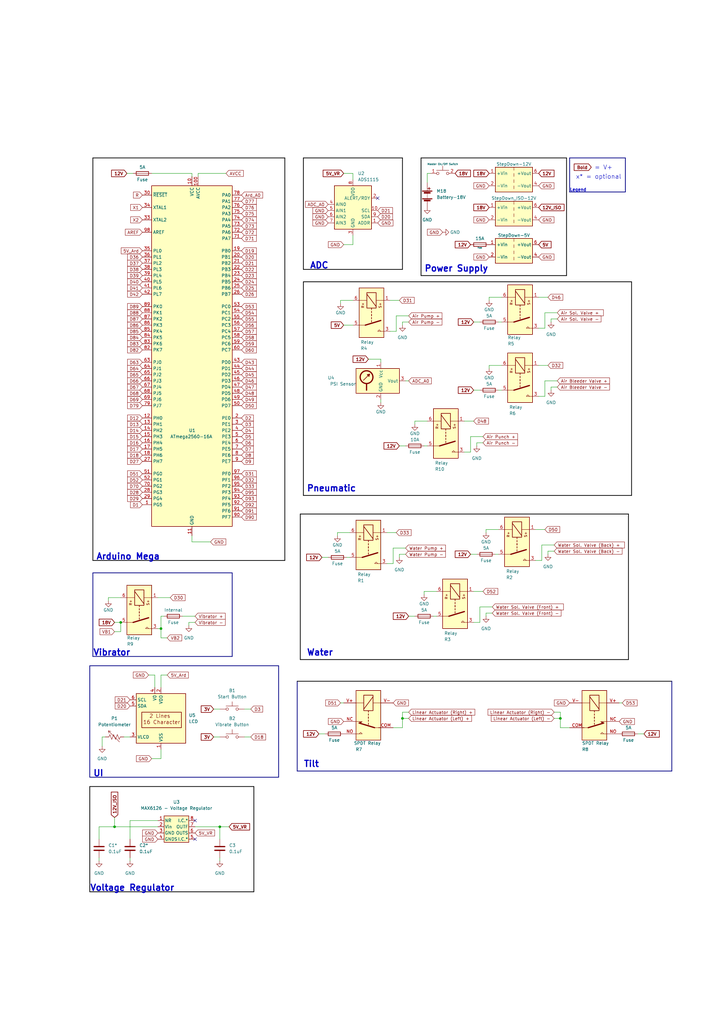
<source format=kicad_sch>
(kicad_sch (version 20211123) (generator eeschema)
  (paper "A3" portrait)
  (lib_symbols
    (symbol "Analog_ADC:ADS1115IDGS"
      (property "Reference" "U" (at 2.54 13.97 0))
      (property "Value" "ADS1115IDGS" (at 7.62 11.43 0))
      (symbol "ADS1115IDGS_1_1"
        (pin input line (at 10.16 -5.08 180) (length 2.54) (name "ADDR") (number "1"))
        (pin input line (at 10.16 0 180) (length 2.54) (name "SCL") (number "10"))
        (pin output line (at 10.16 5.08 180) (length 2.54) (name "ALERT/RDY") (number "2"))
        (pin power_in line (at 0 -10.16 90) (length 2.54) (name "GND") (number "3"))
        (pin input line (at -10.16 2.54 0) (length 2.54) (name "AIN0") (number "4"))
        (pin input line (at -10.16 0 0) (length 2.54) (name "AIN1") (number "5"))
        (pin input line (at -10.16 -2.54 0) (length 2.54) (name "AIN2") (number "6"))
        (pin input line (at -10.16 -5.08 0) (length 2.54) (name "AIN3") (number "7"))
        (pin power_in line (at 0 12.7 270) (length 2.54) (name "VDD") (number "8"))
        (pin bidirectional line (at 10.16 -2.54 180) (length 2.54) (name "SDA") (number "9"))
      )
    )
    (symbol "Converter_DCDC:IH2409SH"
      (property "Value" "StepDown-5V" (at 0 6.35 0))
      (symbol "IH2409SH_0_0"
        (pin power_in line (at -10.16 2.54 0) (length 2.54) (name "+Vin") (number "1"))
        (pin power_in line (at -10.16 -2.54 0) (length 2.54) (name "-Vin") (number "2"))
        (pin power_out line (at 10.16 -2.54 180) (length 2.54) (name "-Vout") (number "4"))
        (pin power_out line (at 10.16 2.54 180) (length 2.54) (name "+Vout") (number "6"))
      )
    )
    (symbol "Device:Battery" (pin_numbers hide) (pin_names (offset 0) hide)
      (property "Reference" "BT" (at 2.54 2.54 0))
      (property "Value" "Battery" (at 2.54 0 0))
      (symbol "Battery_1_1"
        (pin passive line (at 0 5.08 270) (length 2.54) (name "+") (number "1"))
        (pin passive line (at 0 -5.08 90) (length 2.54) (name "-") (number "2"))
      )
    )
    (symbol "Device:C" (pin_numbers hide) (pin_names (offset 0.254))
      (property "Reference" "C" (at 0.635 2.54 0))
      (property "Value" "C" (at 0.635 -2.54 0))
      (symbol "C_1_1"
        (pin passive line (at 0 3.81 270) (length 2.794) (name "~") (number "1"))
        (pin passive line (at 0 -3.81 90) (length 2.794) (name "~") (number "2"))
      )
    )
    (symbol "Device:Fuse" (pin_numbers hide) (pin_names (offset 0))
      (property "Reference" "F" (at 2.032 0 90))
      (property "Value" "Fuse" (at -1.905 0 90))
      (symbol "Fuse_1_1"
        (pin passive line (at 0 3.81 270) (length 1.27) (name "~") (number "1"))
        (pin passive line (at 0 -3.81 90) (length 1.27) (name "~") (number "2"))
      )
    )
    (symbol "Device:R_Variable_US" (pin_numbers hide) (pin_names (offset 0))
      (property "Reference" "R" (at 2.54 -2.54 90))
      (property "Value" "R_Variable_US" (at -2.54 -1.27 90))
      (symbol "R_Variable_US_1_1"
        (pin passive line (at 0 3.81 270) (length 1.27) (name "~") (number "1"))
        (pin passive line (at 0 -3.81 90) (length 1.27) (name "~") (number "2"))
      )
    )
    (symbol "Display_Character:EA_T123X-I2C"
      (property "Reference" "U5" (at 11.43 1.2701 0))
      (property "Value" "LCD" (at 11.43 -1.2699 0))
      (symbol "EA_T123X-I2C_0_0"
        (text "16 Character" (at -7.366 -1.524 0) (effects (font (size 1.524 1.524)) (justify left)))
        (text "2 Lines" (at -4.826 1.016 0) (effects (font (size 1.524 1.524)) (justify left)))
      )
      (symbol "EA_T123X-I2C_1_1"
        (pin power_in line (at 0 -12.7 90) (length 2.54) (name "VSS") (number "1"))
        (pin power_in line (at 0 12.7 270) (length 2.54) (name "VDD") (number "2"))
        (pin input line (at -12.7 -7.62 0) (length 2.54) (name "VLCD") (number "3"))
        (pin power_in line (at -2.54 12.7 270) (length 2.54) (name "V0") (number "4"))
        (pin bidirectional line (at -12.7 5.08 0) (length 2.54) (name "SDA") (number "5"))
        (pin input line (at -12.7 7.62 0) (length 2.54) (name "SCL") (number "6"))
      )
    )
    (symbol "FINDER-36.11_1"
      (property "Reference" "R7" (at 5.08 -13.97 90))
      (property "Value" "FINDER-36.11_1" (at 5.08 -11.43 90))
      (symbol "FINDER-36.11_1_1_1"
        (pin passive line (at 5.08 -10.16 90) (length 6) (name "~") (number "COM"))
        (pin passive line (at 2.54 10.16 270) (length 5) (name "~") (number "NC"))
        (pin passive line (at 7.62 10.16 270) (length 5) (name "~") (number "NO"))
        (pin passive line (at -5.08 10.16 270) (length 5) (name "~") (number "V+"))
        (pin passive line (at -5.08 -10.16 90) (length 5) (name "~") (number "V-"))
      )
    )
    (symbol "IH2409SH_1"
      (property "Value" "IH2409SH_1" (at 0 6.35 0))
      (symbol "IH2409SH_1_0_0"
        (pin power_in line (at -10.16 2.54 0) (length 2.54) (name "+Vin") (number "1"))
        (pin power_in line (at -10.16 -2.54 0) (length 2.54) (name "-Vin") (number "2"))
        (pin power_out line (at 10.16 -2.54 180) (length 2.54) (name "-Vout") (number "4"))
        (pin power_out line (at 10.16 2.54 180) (length 2.54) (name "+Vout") (number "6"))
      )
    )
    (symbol "IH2409SH_2"
      (property "Value" "IH2409SH_2" (at 0 6.35 0))
      (symbol "IH2409SH_2_0_0"
        (pin power_in line (at -10.16 2.54 0) (length 2.54) (name "+Vin") (number "1"))
        (pin power_in line (at -10.16 -2.54 0) (length 2.54) (name "-Vin") (number "2"))
        (pin power_out line (at 10.16 -2.54 180) (length 2.54) (name "-Vout") (number "4"))
        (pin power_out line (at 10.16 2.54 180) (length 2.54) (name "+Vout") (number "6"))
      )
    )
    (symbol "MCU_Microchip_ATmega:ATmega2560-16A"
      (property "Reference" "U" (at 0 1.27 0))
      (property "Value" "ATmega2560-16A" (at 0 -1.27 0))
      (symbol "ATmega2560-16A_1_1"
        (pin bidirectional line (at -20.32 -60.96 0) (length 3.81) (name "PG5") (number "1"))
        (pin power_in line (at 0 73.66 270) (length 3.81) (name "VCC") (number "10"))
        (pin power_in line (at 2.54 73.66 270) (length 3.81) (name "AVCC") (number "100"))
        (pin power_in line (at 0 -73.66 90) (length 3.81) (name "GND") (number "11"))
        (pin bidirectional line (at -20.32 -25.4 0) (length 3.81) (name "PH0") (number "12"))
        (pin bidirectional line (at -20.32 -27.94 0) (length 3.81) (name "PH1") (number "13"))
        (pin bidirectional line (at -20.32 -30.48 0) (length 3.81) (name "PH2") (number "14"))
        (pin bidirectional line (at -20.32 -33.02 0) (length 3.81) (name "PH3") (number "15"))
        (pin bidirectional line (at -20.32 -35.56 0) (length 3.81) (name "PH4") (number "16"))
        (pin bidirectional line (at -20.32 -38.1 0) (length 3.81) (name "PH5") (number "17"))
        (pin bidirectional line (at -20.32 -40.64 0) (length 3.81) (name "PH6") (number "18"))
        (pin bidirectional line (at 20.32 43.18 180) (length 3.81) (name "PB0") (number "19"))
        (pin bidirectional line (at 20.32 -25.4 180) (length 3.81) (name "PE0") (number "2"))
        (pin bidirectional line (at 20.32 40.64 180) (length 3.81) (name "PB1") (number "20"))
        (pin bidirectional line (at 20.32 38.1 180) (length 3.81) (name "PB2") (number "21"))
        (pin bidirectional line (at 20.32 35.56 180) (length 3.81) (name "PB3") (number "22"))
        (pin bidirectional line (at 20.32 33.02 180) (length 3.81) (name "PB4") (number "23"))
        (pin bidirectional line (at 20.32 30.48 180) (length 3.81) (name "PB5") (number "24"))
        (pin bidirectional line (at 20.32 27.94 180) (length 3.81) (name "PB6") (number "25"))
        (pin bidirectional line (at 20.32 25.4 180) (length 3.81) (name "PB7") (number "26"))
        (pin bidirectional line (at -20.32 -43.18 0) (length 3.81) (name "PH7") (number "27"))
        (pin bidirectional line (at -20.32 -55.88 0) (length 3.81) (name "PG3") (number "28"))
        (pin bidirectional line (at -20.32 -58.42 0) (length 3.81) (name "PG4") (number "29"))
        (pin bidirectional line (at 20.32 -27.94 180) (length 3.81) (name "PE1") (number "3"))
        (pin input line (at -20.32 66.04 0) (length 3.81) (name "~{RESET}") (number "30"))
        (pin passive line (at 0 73.66 270) (length 3.81) hide (name "VCC") (number "31"))
        (pin passive line (at 0 -73.66 90) (length 3.81) hide (name "GND") (number "32"))
        (pin output line (at -20.32 55.88 0) (length 3.81) (name "XTAL2") (number "33"))
        (pin input line (at -20.32 60.96 0) (length 3.81) (name "XTAL1") (number "34"))
        (pin bidirectional line (at -20.32 43.18 0) (length 3.81) (name "PL0") (number "35"))
        (pin bidirectional line (at -20.32 40.64 0) (length 3.81) (name "PL1") (number "36"))
        (pin bidirectional line (at -20.32 38.1 0) (length 3.81) (name "PL2") (number "37"))
        (pin bidirectional line (at -20.32 35.56 0) (length 3.81) (name "PL3") (number "38"))
        (pin bidirectional line (at -20.32 33.02 0) (length 3.81) (name "PL4") (number "39"))
        (pin bidirectional line (at 20.32 -30.48 180) (length 3.81) (name "PE2") (number "4"))
        (pin bidirectional line (at -20.32 30.48 0) (length 3.81) (name "PL5") (number "40"))
        (pin bidirectional line (at -20.32 27.94 0) (length 3.81) (name "PL6") (number "41"))
        (pin bidirectional line (at -20.32 25.4 0) (length 3.81) (name "PL7") (number "42"))
        (pin bidirectional line (at 20.32 -2.54 180) (length 3.81) (name "PD0") (number "43"))
        (pin bidirectional line (at 20.32 -5.08 180) (length 3.81) (name "PD1") (number "44"))
        (pin bidirectional line (at 20.32 -7.62 180) (length 3.81) (name "PD2") (number "45"))
        (pin bidirectional line (at 20.32 -10.16 180) (length 3.81) (name "PD3") (number "46"))
        (pin bidirectional line (at 20.32 -12.7 180) (length 3.81) (name "PD4") (number "47"))
        (pin bidirectional line (at 20.32 -15.24 180) (length 3.81) (name "PD5") (number "48"))
        (pin bidirectional line (at 20.32 -17.78 180) (length 3.81) (name "PD6") (number "49"))
        (pin bidirectional line (at 20.32 -33.02 180) (length 3.81) (name "PE3") (number "5"))
        (pin bidirectional line (at 20.32 -20.32 180) (length 3.81) (name "PD7") (number "50"))
        (pin bidirectional line (at -20.32 -48.26 0) (length 3.81) (name "PG0") (number "51"))
        (pin bidirectional line (at -20.32 -50.8 0) (length 3.81) (name "PG1") (number "52"))
        (pin bidirectional line (at 20.32 20.32 180) (length 3.81) (name "PC0") (number "53"))
        (pin bidirectional line (at 20.32 17.78 180) (length 3.81) (name "PC1") (number "54"))
        (pin bidirectional line (at 20.32 15.24 180) (length 3.81) (name "PC2") (number "55"))
        (pin bidirectional line (at 20.32 12.7 180) (length 3.81) (name "PC3") (number "56"))
        (pin bidirectional line (at 20.32 10.16 180) (length 3.81) (name "PC4") (number "57"))
        (pin bidirectional line (at 20.32 7.62 180) (length 3.81) (name "PC5") (number "58"))
        (pin bidirectional line (at 20.32 5.08 180) (length 3.81) (name "PC6") (number "59"))
        (pin bidirectional line (at 20.32 -35.56 180) (length 3.81) (name "PE4") (number "6"))
        (pin bidirectional line (at 20.32 2.54 180) (length 3.81) (name "PC7") (number "60"))
        (pin passive line (at 0 73.66 270) (length 3.81) hide (name "VCC") (number "61"))
        (pin passive line (at 0 -73.66 90) (length 3.81) hide (name "GND") (number "62"))
        (pin bidirectional line (at -20.32 -2.54 0) (length 3.81) (name "PJ0") (number "63"))
        (pin bidirectional line (at -20.32 -5.08 0) (length 3.81) (name "PJ1") (number "64"))
        (pin bidirectional line (at -20.32 -7.62 0) (length 3.81) (name "PJ2") (number "65"))
        (pin bidirectional line (at -20.32 -10.16 0) (length 3.81) (name "PJ3") (number "66"))
        (pin bidirectional line (at -20.32 -12.7 0) (length 3.81) (name "PJ4") (number "67"))
        (pin bidirectional line (at -20.32 -15.24 0) (length 3.81) (name "PJ5") (number "68"))
        (pin bidirectional line (at -20.32 -17.78 0) (length 3.81) (name "PJ6") (number "69"))
        (pin bidirectional line (at 20.32 -38.1 180) (length 3.81) (name "PE5") (number "7"))
        (pin bidirectional line (at -20.32 -53.34 0) (length 3.81) (name "PG2") (number "70"))
        (pin bidirectional line (at 20.32 48.26 180) (length 3.81) (name "PA7") (number "71"))
        (pin bidirectional line (at 20.32 50.8 180) (length 3.81) (name "PA6") (number "72"))
        (pin bidirectional line (at 20.32 53.34 180) (length 3.81) (name "PA5") (number "73"))
        (pin bidirectional line (at 20.32 55.88 180) (length 3.81) (name "PA4") (number "74"))
        (pin bidirectional line (at 20.32 58.42 180) (length 3.81) (name "PA3") (number "75"))
        (pin bidirectional line (at 20.32 60.96 180) (length 3.81) (name "PA2") (number "76"))
        (pin bidirectional line (at 20.32 63.5 180) (length 3.81) (name "PA1") (number "77"))
        (pin bidirectional line (at 20.32 66.04 180) (length 3.81) (name "PA0") (number "78"))
        (pin bidirectional line (at -20.32 -20.32 0) (length 3.81) (name "PJ7") (number "79"))
        (pin bidirectional line (at 20.32 -40.64 180) (length 3.81) (name "PE6") (number "8"))
        (pin passive line (at 0 73.66 270) (length 3.81) hide (name "VCC") (number "80"))
        (pin passive line (at 0 -73.66 90) (length 3.81) hide (name "GND") (number "81"))
        (pin bidirectional line (at -20.32 2.54 0) (length 3.81) (name "PK7") (number "82"))
        (pin bidirectional line (at -20.32 5.08 0) (length 3.81) (name "PK6") (number "83"))
        (pin bidirectional line (at -20.32 7.62 0) (length 3.81) (name "PK5") (number "84"))
        (pin bidirectional line (at -20.32 10.16 0) (length 3.81) (name "PK4") (number "85"))
        (pin bidirectional line (at -20.32 12.7 0) (length 3.81) (name "PK3") (number "86"))
        (pin bidirectional line (at -20.32 15.24 0) (length 3.81) (name "PK2") (number "87"))
        (pin bidirectional line (at -20.32 17.78 0) (length 3.81) (name "PK1") (number "88"))
        (pin bidirectional line (at -20.32 20.32 0) (length 3.81) (name "PK0") (number "89"))
        (pin bidirectional line (at 20.32 -43.18 180) (length 3.81) (name "PE7") (number "9"))
        (pin bidirectional line (at 20.32 -66.04 180) (length 3.81) (name "PF7") (number "90"))
        (pin bidirectional line (at 20.32 -63.5 180) (length 3.81) (name "PF6") (number "91"))
        (pin bidirectional line (at 20.32 -60.96 180) (length 3.81) (name "PF5") (number "92"))
        (pin bidirectional line (at 20.32 -58.42 180) (length 3.81) (name "PF4") (number "93"))
        (pin bidirectional line (at 20.32 -55.88 180) (length 3.81) (name "PF3") (number "94"))
        (pin bidirectional line (at 20.32 -53.34 180) (length 3.81) (name "PF2") (number "95"))
        (pin bidirectional line (at 20.32 -50.8 180) (length 3.81) (name "PF1") (number "96"))
        (pin bidirectional line (at 20.32 -48.26 180) (length 3.81) (name "PF0") (number "97"))
        (pin passive line (at -20.32 50.8 0) (length 3.81) (name "AREF") (number "98"))
        (pin passive line (at 0 -73.66 90) (length 3.81) hide (name "GND") (number "99"))
      )
    )
    (symbol "Regulator_Linear:KA78M05_TO252" (pin_names (offset 0.254))
      (property "Reference" "U?" (at 0 7.62 0))
      (property "Value" "MAX6126 - Voltage Regulator" (at 0 5.08 0))
      (symbol "KA78M05_TO252_1_1"
        (pin output line (at -7.62 0 0) (length 2.54) (name "NR") (number "1"))
        (pin power_in line (at -7.62 -2.54 0) (length 2.54) (name "Vin") (number "2"))
        (pin power_in line (at -7.62 -5.08 0) (length 2.54) (name "GND") (number "3"))
        (pin input line (at -7.62 -7.62 0) (length 2.54) (name "GNDS") (number "4"))
        (pin passive line (at 7.62 -7.62 180) (length 2.54) (name "I.C.*") (number "5"))
        (pin power_out line (at 7.62 -5.08 180) (length 2.54) (name "OUTS") (number "6"))
        (pin power_out line (at 7.62 -2.54 180) (length 2.54) (name "OUTF") (number "7"))
        (pin passive line (at 7.62 0 180) (length 2.54) (name "I.C.*") (number "8"))
      )
    )
    (symbol "Relay:ADW11"
      (property "Reference" "K" (at 11.43 3.81 0))
      (property "Value" "ADW11" (at 13.97 1.27 0))
      (symbol "ADW11_1_1"
        (text "R+" (at -3.048 -3.556 0) (effects (font (size 1.016 1.016))))
        (text "S+" (at -3.048 3.556 0) (effects (font (size 1.016 1.016))))
        (pin passive line (at -5.08 7.62 270) (length 2.54) (name "~") (number "1"))
        (pin passive line (at 7.62 7.62 270) (length 2.54) (name "~") (number "3"))
        (pin passive line (at 5.08 -7.62 90) (length 2.54) (name "~") (number "5"))
        (pin passive line (at -5.08 -7.62 90) (length 2.54) (name "~") (number "6"))
      )
    )
    (symbol "Sensor_Pressure:40PC100G"
      (property "Reference" "U4" (at -11.43 1.2701 0))
      (property "Value" "PSI Sensor " (at -11.43 0 0))
      (symbol "40PC100G_1_1"
        (pin power_in line (at 0 7.62 270) (length 2.54) (name "Vcc") (number "1"))
        (pin power_in line (at 0 -7.62 90) (length 2.54) (name "GND") (number "2"))
        (pin output line (at 10.16 0 180) (length 2.54) (name "Vout") (number "3"))
        (pin no_connect line (at -7.62 -5.08 90) (length 2.54) hide (name "NC") (number "4"))
        (pin no_connect line (at -5.08 -5.08 90) (length 2.54) hide (name "NC") (number "5"))
        (pin no_connect line (at -2.54 -5.08 90) (length 2.54) hide (name "NC") (number "6"))
      )
    )
    (symbol "Switch:SW_Push" (pin_numbers hide) (pin_names (offset 1.016) hide)
      (property "Reference" "SW" (at 1.27 2.54 0))
      (property "Value" "SW_Push" (at 0 -1.524 0))
      (symbol "SW_Push_0_1"
        (pin passive line (at -5.08 0 0) (length 2.54) (name "1") (number "1"))
        (pin passive line (at 5.08 0 180) (length 2.54) (name "2") (number "2"))
      )
    )
    (symbol "Switch:SW_Push_Dual_x2" (pin_names (offset 1.016) hide)
      (property "Reference" "SW" (at 1.27 2.54 0))
      (property "Value" "SW_Push_Dual_x2" (at 0 -1.524 0))
      (symbol "SW_Push_Dual_x2_1_1"
        (pin passive line (at -5.08 0 0) (length 2.54) (name "C") (number "1"))
        (pin passive line (at 5.08 0 180) (length 2.54) (name "D") (number "2"))
      )
      (symbol "SW_Push_Dual_x2_2_1"
        (pin passive line (at -5.08 0 0) (length 2.54) (name "C") (number "3"))
        (pin passive line (at 5.08 0 180) (length 2.54) (name "D") (number "4"))
      )
    )
    (symbol "power:GND" (power) (pin_names (offset 0))
      (property "Value" "GND" (at 0 -3.81 0))
      (symbol "GND_1_1"
        (pin power_in line (at 0 0 270) (length 0) hide (name "GND") (number "1"))
      )
    )
  )
  (junction (at 49.53 255.27))
  (junction (at 229.87 294.64))
  (junction (at 90.17 339.09))
  (junction (at 66.04 257.81))
  (junction (at 165.1 294.64))
  (junction (at 46.99 339.09))
  (no_connect (at 154.94 81.28))
  (no_connect (at 80.01 336.55))
  (no_connect (at 80.01 344.17))
  (wire (pts (xy 64.77 336.55) (xy 53.34 336.55)))
  (wire (pts (xy 196.85 255.27) (xy 196.85 248.92)))
  (wire (pts (xy 90.17 353.06) (xy 90.17 351.79)))
  (wire (pts (xy 165.1 133.35) (xy 165.1 132.08)))
  (wire (pts (xy 74.93 252.73) (xy 80.01 252.73)))
  (wire (pts (xy 193.04 227.33) (xy 195.58 227.33)))
  (wire (pts (xy 163.83 227.33) (xy 166.37 227.33)))
  (wire (pts (xy 196.85 248.92) (xy 201.93 248.92)))
  (bus (pts (xy 172.72 113.03) (xy 232.41 113.03)) (stroke (width 0) (color 0 0 0 1)))
  (bus (pts (xy 121.92 279.4) (xy 121.92 316.23)))
  (wire (pts (xy 161.29 298.45) (xy 165.1 298.45)))
  (bus (pts (xy 124.46 110.49) (xy 165.1 110.49)) (stroke (width 0) (color 0 0 0 1)))
  (bus (pts (xy 38.1 269.24) (xy 95.25 269.24)))
  (wire (pts (xy 166.37 156.21) (xy 167.64 156.21)))
  (bus (pts (xy 124.46 64.77) (xy 124.46 110.49)) (stroke (width 0) (color 0 0 0 1)))
  (wire (pts (xy 194.31 160.02) (xy 196.85 160.02)))
  (wire (pts (xy 220.98 134.62) (xy 223.52 134.62)))
  (wire (pts (xy 194.31 242.57) (xy 198.12 242.57)))
  (wire (pts (xy 62.23 71.12) (xy 78.74 71.12)))
  (wire (pts (xy 66.04 261.62) (xy 66.04 257.81)))
  (wire (pts (xy 130.81 300.99) (xy 133.35 300.99)))
  (bus (pts (xy 121.92 316.23) (xy 275.59 316.23)))
  (wire (pts (xy 163.83 228.6) (xy 163.83 227.33)))
  (bus (pts (xy 124.46 203.2) (xy 259.08 203.2)) (stroke (width 0) (color 0 0 0 1)))
  (bus (pts (xy 36.83 273.05) (xy 114.3 273.05)))
  (wire (pts (xy 226.06 130.81) (xy 228.6 130.81)))
  (wire (pts (xy 40.64 353.06) (xy 40.64 351.79)))
  (wire (pts (xy 190.5 185.42) (xy 193.04 185.42)))
  (wire (pts (xy 40.64 339.09) (xy 46.99 339.09)))
  (bus (pts (xy 232.41 64.77) (xy 172.72 64.77)) (stroke (width 0) (color 0 0 0 1)))
  (wire (pts (xy 46.99 339.09) (xy 64.77 339.09)))
  (wire (pts (xy 223.52 128.27) (xy 228.6 128.27)))
  (wire (pts (xy 229.87 292.1) (xy 229.87 294.64)))
  (wire (pts (xy 200.66 149.86) (xy 205.74 149.86)))
  (wire (pts (xy 220.98 121.92) (xy 224.79 121.92)))
  (wire (pts (xy 80.01 339.09) (xy 90.17 339.09)))
  (wire (pts (xy 160.02 135.89) (xy 162.56 135.89)))
  (wire (pts (xy 87.63 290.83) (xy 90.17 290.83)))
  (wire (pts (xy 200.66 151.13) (xy 200.66 149.86)))
  (wire (pts (xy 142.24 228.6) (xy 143.51 228.6)))
  (wire (pts (xy 227.33 294.64) (xy 229.87 294.64)))
  (wire (pts (xy 227.33 292.1) (xy 229.87 292.1)))
  (wire (pts (xy 195.58 181.61) (xy 198.12 181.61)))
  (wire (pts (xy 53.34 336.55) (xy 53.34 344.17)))
  (wire (pts (xy 41.91 306.07) (xy 41.91 302.26)))
  (wire (pts (xy 78.74 219.71) (xy 78.74 222.25)))
  (wire (pts (xy 138.43 218.44) (xy 143.51 218.44)))
  (bus (pts (xy 114.3 318.77) (xy 114.3 273.05)))
  (wire (pts (xy 175.26 71.12) (xy 176.53 71.12)))
  (bus (pts (xy 36.83 273.05) (xy 36.83 318.77)))
  (wire (pts (xy 64.77 245.11) (xy 69.85 245.11)))
  (wire (pts (xy 224.79 227.33) (xy 224.79 226.06)))
  (wire (pts (xy 233.68 298.45) (xy 229.87 298.45)))
  (wire (pts (xy 199.39 218.44) (xy 199.39 217.17)))
  (wire (pts (xy 66.04 281.94) (xy 66.04 276.86)))
  (wire (pts (xy 44.45 246.38) (xy 44.45 245.11)))
  (wire (pts (xy 144.78 100.33) (xy 140.97 100.33)))
  (wire (pts (xy 204.47 132.08) (xy 205.74 132.08)))
  (wire (pts (xy 199.39 251.46) (xy 201.93 251.46)))
  (wire (pts (xy 60.96 276.86) (xy 63.5 276.86)))
  (wire (pts (xy 199.39 252.73) (xy 199.39 251.46)))
  (bus (pts (xy 36.83 322.58) (xy 36.83 365.76)) (stroke (width 0) (color 0 0 0 1)))
  (wire (pts (xy 81.28 71.12) (xy 81.28 72.39)))
  (wire (pts (xy 219.71 217.17) (xy 223.52 217.17)))
  (bus (pts (xy 38.1 64.77) (xy 116.84 64.77)) (stroke (width 0) (color 0 0 0 1)))
  (wire (pts (xy 46.99 335.28) (xy 46.99 339.09)))
  (wire (pts (xy 52.07 71.12) (xy 54.61 71.12)))
  (wire (pts (xy 90.17 339.09) (xy 90.17 344.17)))
  (wire (pts (xy 77.47 256.54) (xy 77.47 255.27)))
  (bus (pts (xy 121.92 279.4) (xy 275.59 279.4)) (stroke (width 0) (color 0 0 0 1)))
  (wire (pts (xy 77.47 255.27) (xy 80.01 255.27)))
  (wire (pts (xy 229.87 294.64) (xy 229.87 298.45)))
  (wire (pts (xy 173.99 182.88) (xy 175.26 182.88)))
  (wire (pts (xy 78.74 222.25) (xy 86.36 222.25)))
  (wire (pts (xy 161.29 231.14) (xy 161.29 224.79)))
  (wire (pts (xy 226.06 160.02) (xy 226.06 158.75)))
  (wire (pts (xy 66.04 276.86) (xy 68.58 276.86)))
  (bus (pts (xy 232.41 113.03) (xy 232.41 64.77)) (stroke (width 0) (color 0 0 0 1)))
  (wire (pts (xy 203.2 227.33) (xy 204.47 227.33)))
  (wire (pts (xy 144.78 71.12) (xy 144.78 73.66)))
  (wire (pts (xy 78.74 71.12) (xy 78.74 72.39)))
  (bus (pts (xy 124.46 64.77) (xy 165.1 64.77)) (stroke (width 0) (color 0 0 0 1)))
  (bus (pts (xy 116.84 229.87) (xy 116.84 64.77)) (stroke (width 0) (color 0 0 0 1)))
  (wire (pts (xy 163.83 182.88) (xy 166.37 182.88)))
  (bus (pts (xy 233.68 64.77) (xy 233.68 78.74)))
  (wire (pts (xy 46.99 259.08) (xy 49.53 259.08)))
  (wire (pts (xy 220.98 162.56) (xy 223.52 162.56)))
  (wire (pts (xy 226.06 132.08) (xy 226.06 130.81)))
  (wire (pts (xy 224.79 226.06) (xy 227.33 226.06)))
  (wire (pts (xy 67.31 252.73) (xy 66.04 252.73)))
  (wire (pts (xy 165.1 292.1) (xy 165.1 294.64)))
  (wire (pts (xy 222.25 229.87) (xy 222.25 223.52)))
  (bus (pts (xy 172.72 64.77) (xy 172.72 113.03)) (stroke (width 0) (color 0 0 0 1)))
  (wire (pts (xy 63.5 276.86) (xy 63.5 281.94)))
  (wire (pts (xy 204.47 160.02) (xy 205.74 160.02)))
  (bus (pts (xy 123.19 210.82) (xy 123.19 270.51)) (stroke (width 0) (color 0 0 0 1)))
  (bus (pts (xy 233.68 64.77) (xy 256.54 64.77)))
  (bus (pts (xy 165.1 110.49) (xy 165.1 64.77)) (stroke (width 0) (color 0 0 0 1)))
  (wire (pts (xy 156.21 147.32) (xy 156.21 148.59)))
  (bus (pts (xy 259.08 203.2) (xy 259.08 115.57)) (stroke (width 0) (color 0 0 0 1)))
  (wire (pts (xy 53.34 353.06) (xy 53.34 351.79)))
  (wire (pts (xy 167.64 292.1) (xy 165.1 292.1)))
  (wire (pts (xy 102.87 302.26) (xy 100.33 302.26)))
  (wire (pts (xy 162.56 129.54) (xy 167.64 129.54)))
  (bus (pts (xy 38.1 234.95) (xy 95.25 234.95)))
  (wire (pts (xy 173.99 243.84) (xy 173.99 242.57)))
  (wire (pts (xy 151.13 147.32) (xy 156.21 147.32)))
  (wire (pts (xy 46.99 255.27) (xy 49.53 255.27)))
  (wire (pts (xy 194.31 132.08) (xy 196.85 132.08)))
  (bus (pts (xy 123.19 270.51) (xy 257.81 270.51)) (stroke (width 0) (color 0 0 0 1)))
  (wire (pts (xy 50.8 302.26) (xy 53.34 302.26)))
  (wire (pts (xy 41.91 302.26) (xy 43.18 302.26)))
  (wire (pts (xy 49.53 259.08) (xy 49.53 255.27)))
  (wire (pts (xy 223.52 162.56) (xy 223.52 156.21)))
  (wire (pts (xy 165.1 132.08) (xy 167.64 132.08)))
  (wire (pts (xy 223.52 134.62) (xy 223.52 128.27)))
  (wire (pts (xy 158.75 218.44) (xy 162.56 218.44)))
  (bus (pts (xy 38.1 234.95) (xy 38.1 269.24)))
  (wire (pts (xy 167.64 294.64) (xy 165.1 294.64)))
  (wire (pts (xy 156.21 163.83) (xy 156.21 165.1)))
  (wire (pts (xy 132.08 228.6) (xy 134.62 228.6)))
  (wire (pts (xy 66.04 311.15) (xy 62.23 311.15)))
  (wire (pts (xy 200.66 121.92) (xy 205.74 121.92)))
  (wire (pts (xy 165.1 294.64) (xy 165.1 298.45)))
  (wire (pts (xy 139.7 124.46) (xy 139.7 123.19)))
  (wire (pts (xy 68.58 261.62) (xy 66.04 261.62)))
  (bus (pts (xy 95.25 269.24) (xy 95.25 234.95)))
  (wire (pts (xy 139.7 123.19) (xy 144.78 123.19)))
  (bus (pts (xy 257.81 270.51) (xy 257.81 210.82)) (stroke (width 0) (color 0 0 0 1)))
  (wire (pts (xy 222.25 223.52) (xy 227.33 223.52)))
  (bus (pts (xy 38.1 229.87) (xy 116.84 229.87)) (stroke (width 0) (color 0 0 0 1)))
  (wire (pts (xy 193.04 185.42) (xy 193.04 179.07)))
  (wire (pts (xy 90.17 339.09) (xy 93.98 339.09)))
  (wire (pts (xy 193.04 179.07) (xy 198.12 179.07)))
  (bus (pts (xy 124.46 115.57) (xy 259.08 115.57)) (stroke (width 0) (color 0 0 0 1)))
  (wire (pts (xy 161.29 224.79) (xy 166.37 224.79)))
  (bus (pts (xy 275.59 316.23) (xy 275.59 279.4)))
  (wire (pts (xy 139.7 288.29) (xy 140.97 288.29)))
  (wire (pts (xy 170.18 173.99) (xy 170.18 172.72)))
  (wire (pts (xy 173.99 242.57) (xy 179.07 242.57)))
  (bus (pts (xy 123.19 210.82) (xy 257.81 210.82)) (stroke (width 0) (color 0 0 0 1)))
  (wire (pts (xy 138.43 219.71) (xy 138.43 218.44)))
  (bus (pts (xy 36.83 318.77) (xy 114.3 318.77)))
  (wire (pts (xy 175.26 74.93) (xy 175.26 71.12)))
  (wire (pts (xy 92.71 71.12) (xy 81.28 71.12)))
  (wire (pts (xy 170.18 172.72) (xy 175.26 172.72)))
  (wire (pts (xy 144.78 96.52) (xy 144.78 100.33)))
  (wire (pts (xy 226.06 158.75) (xy 228.6 158.75)))
  (wire (pts (xy 66.04 252.73) (xy 66.04 257.81)))
  (wire (pts (xy 87.63 302.26) (xy 90.17 302.26)))
  (bus (pts (xy 104.14 365.76) (xy 104.14 322.58)) (stroke (width 0) (color 0 0 0 1)))
  (wire (pts (xy 158.75 231.14) (xy 161.29 231.14)))
  (wire (pts (xy 40.64 344.17) (xy 40.64 339.09)))
  (wire (pts (xy 167.64 252.73) (xy 170.18 252.73)))
  (wire (pts (xy 255.27 288.29) (xy 254 288.29)))
  (bus (pts (xy 36.83 365.76) (xy 104.14 365.76)) (stroke (width 0) (color 0 0 0 1)))
  (wire (pts (xy 219.71 229.87) (xy 222.25 229.87)))
  (wire (pts (xy 66.04 307.34) (xy 66.04 311.15)))
  (wire (pts (xy 220.98 149.86) (xy 224.79 149.86)))
  (wire (pts (xy 177.8 252.73) (xy 179.07 252.73)))
  (wire (pts (xy 223.52 156.21) (xy 228.6 156.21)))
  (wire (pts (xy 102.87 290.83) (xy 100.33 290.83)))
  (wire (pts (xy 160.02 123.19) (xy 163.83 123.19)))
  (wire (pts (xy 140.97 71.12) (xy 144.78 71.12)))
  (wire (pts (xy 190.5 172.72) (xy 194.31 172.72)))
  (wire (pts (xy 140.97 133.35) (xy 144.78 133.35)))
  (wire (pts (xy 199.39 217.17) (xy 204.47 217.17)))
  (bus (pts (xy 124.46 115.57) (xy 124.46 203.2)) (stroke (width 0) (color 0 0 0 1)))
  (wire (pts (xy 66.04 257.81) (xy 64.77 257.81)))
  (bus (pts (xy 36.83 322.58) (xy 104.14 322.58)) (stroke (width 0) (color 0 0 0 1)))
  (wire (pts (xy 162.56 135.89) (xy 162.56 129.54)))
  (bus (pts (xy 38.1 64.77) (xy 38.1 229.87)) (stroke (width 0) (color 0 0 0 1)))
  (wire (pts (xy 44.45 245.11) (xy 49.53 245.11)))
  (wire (pts (xy 264.16 300.99) (xy 261.62 300.99)))
  (bus (pts (xy 233.68 78.74) (xy 256.54 78.74)))
  (wire (pts (xy 195.58 182.88) (xy 195.58 181.61)))
  (wire (pts (xy 200.66 123.19) (xy 200.66 121.92)))
  (bus (pts (xy 256.54 78.74) (xy 256.54 64.77)))
  (wire (pts (xy 194.31 255.27) (xy 196.85 255.27)))
  (text "Voltage Regulator\n" (at 36.83 365.76 0) (effects (font (size 2.54 2.54) (thickness 0.508) bold) (justify left bottom)))
  (text "Legend" (at 233.68 78.74 0) (effects (font (size 1.27 1.27) (thickness 0.254) bold) (justify left bottom)))
  (text "Vibrator\n" (at 38.1 269.24 0) (effects (font (size 2.54 2.54) (thickness 0.508) bold) (justify left bottom)))
  (text "Pneumatic\n" (at 125.73 201.93 0) (effects (font (size 2.54 2.54) (thickness 0.508) bold) (justify left bottom)))
  (text "Water\n" (at 125.73 269.24 0) (effects (font (size 2.54 2.54) (thickness 0.508) bold) (justify left bottom)))
  (text "ADC\n" (at 127 110.49 0) (effects (font (size 2.54 2.54) (thickness 0.508) bold) (justify left bottom)))
  (text "Arduino Mega\n" (at 39.37 229.87 0) (effects (font (size 2.54 2.54) (thickness 0.508) bold) (justify left bottom)))
  (text "Power Supply\n" (at 173.99 111.76 0) (effects (font (size 2.54 2.54) (thickness 0.508) bold) (justify left bottom)))
  (text "x* = optional\n" (at 236.22 73.66 0) (effects (font (size 1.778 1.778)) (justify left bottom)))
  (text "Tilt\n" (at 124.46 314.96 0) (effects (font (size 2.54 2.54) (thickness 0.508) bold) (justify left bottom)))
  (text "UI\n" (at 38.1 318.77 0) (effects (font (size 2.54 2.54) (thickness 0.508) bold) (justify left bottom)))
  (text "= V+\n" (at 243.84 69.85 0) (effects (font (size 1.778 1.778)) (justify left bottom)))
  (global_label "D5" (shape input) (at 99.06 179.07 0) (property "Intersheet References" "${INTERSHEET_REFS}" (effects hide)))
  (global_label "GND" (shape input) (at 220.98 105.41 0) (property "Intersheet References" "${INTERSHEET_REFS}" (effects hide)))
  (global_label "Linear Actuator (Left) +" (shape input) (at 167.64 294.64 0) (property "Intersheet References" "${INTERSHEET_REFS}" (effects hide)))
  (global_label "D17" (shape input) (at 58.42 184.15 180) (property "Intersheet References" "${INTERSHEET_REFS}" (effects hide)))
  (global_label "D85" (shape input) (at 58.42 135.89 180) (property "Intersheet References" "${INTERSHEET_REFS}" (effects hide)))
  (global_label "5V_VR" (shape input) (at 80.01 341.63 0) (property "Intersheet References" "${INTERSHEET_REFS}" (effects hide)))
  (global_label "D20" (shape input) (at 99.06 105.41 0) (property "Intersheet References" "${INTERSHEET_REFS}" (effects hide)))
  (global_label "GND" (shape input) (at 134.62 88.9 180) (property "Intersheet References" "${INTERSHEET_REFS}" (effects hide)))
  (global_label "GND" (shape input) (at 254 295.91 0) (property "Intersheet References" "${INTERSHEET_REFS}" (effects hide)))
  (global_label "D8" (shape input) (at 99.06 186.69 0) (property "Intersheet References" "${INTERSHEET_REFS}" (effects hide)))
  (global_label "5V_VR" (shape input) (at 93.98 339.09 0) (effects (font (thickness 0.254) bold)) (property "Intersheet References" "${INTERSHEET_REFS}" (effects hide)))
  (global_label "18V" (shape input) (at 200.66 85.09 180) (effects (font (thickness 0.254) bold)) (property "Intersheet References" "${INTERSHEET_REFS}" (effects hide)))
  (global_label "D57" (shape input) (at 99.06 135.89 0) (property "Intersheet References" "${INTERSHEET_REFS}" (effects hide)))
  (global_label "GND" (shape input) (at 220.98 90.17 0) (property "Intersheet References" "${INTERSHEET_REFS}" (effects hide)))
  (global_label "D90" (shape input) (at 99.06 212.09 0) (property "Intersheet References" "${INTERSHEET_REFS}" (effects hide)))
  (global_label "VB2" (shape input) (at 68.58 261.62 0) (property "Intersheet References" "${INTERSHEET_REFS}" (effects hide)))
  (global_label "18V" (shape input) (at 186.69 71.12 0) (effects (font (thickness 0.254) bold)) (property "Intersheet References" "${INTERSHEET_REFS}" (effects hide)))
  (global_label "D36" (shape input) (at 58.42 105.41 180) (property "Intersheet References" "${INTERSHEET_REFS}" (effects hide)))
  (global_label "GND" (shape input) (at 134.62 86.36 180) (property "Intersheet References" "${INTERSHEET_REFS}" (effects hide)))
  (global_label "D32" (shape input) (at 99.06 196.85 0) (property "Intersheet References" "${INTERSHEET_REFS}" (effects hide)))
  (global_label "Vibrator +" (shape input) (at 80.01 252.73 0) (property "Intersheet References" "${INTERSHEET_REFS}" (effects hide)))
  (global_label "D72" (shape input) (at 99.06 95.25 0) (property "Intersheet References" "${INTERSHEET_REFS}" (effects hide)))
  (global_label "D53" (shape input) (at 255.27 288.29 0) (property "Intersheet References" "${INTERSHEET_REFS}" (effects hide)))
  (global_label "GND" (shape input) (at 140.97 100.33 180) (property "Intersheet References" "${INTERSHEET_REFS}" (effects hide)))
  (global_label "12V" (shape input) (at 163.83 182.88 180) (effects (font (thickness 0.254) bold)) (property "Intersheet References" "${INTERSHEET_REFS}" (effects hide)))
  (global_label "Air Pump +" (shape input) (at 167.64 129.54 0) (property "Intersheet References" "${INTERSHEET_REFS}" (effects hide)))
  (global_label "D46" (shape input) (at 99.06 156.21 0) (property "Intersheet References" "${INTERSHEET_REFS}" (effects hide)))
  (global_label "D60" (shape input) (at 99.06 143.51 0) (property "Intersheet References" "${INTERSHEET_REFS}" (effects hide)))
  (global_label "Water Pump -" (shape input) (at 166.37 227.33 0) (property "Intersheet References" "${INTERSHEET_REFS}" (effects hide)))
  (global_label "D52" (shape input) (at 198.12 242.57 0) (property "Intersheet References" "${INTERSHEET_REFS}" (effects hide)))
  (global_label "D88" (shape input) (at 58.42 128.27 180) (property "Intersheet References" "${INTERSHEET_REFS}" (effects hide)))
  (global_label "5V" (shape input) (at 140.97 133.35 180) (effects (font (thickness 0.254) bold)) (property "Intersheet References" "${INTERSHEET_REFS}" (effects hide)))
  (global_label "D27" (shape input) (at 58.42 189.23 180) (property "Intersheet References" "${INTERSHEET_REFS}" (effects hide)))
  (global_label "Ard_A0" (shape input) (at 99.06 80.01 0) (property "Intersheet References" "${INTERSHEET_REFS}" (effects hide)))
  (global_label "D75" (shape input) (at 99.06 87.63 0) (property "Intersheet References" "${INTERSHEET_REFS}" (effects hide)))
  (global_label "D18" (shape input) (at 102.87 302.26 0) (property "Intersheet References" "${INTERSHEET_REFS}" (effects hide)))
  (global_label "D6" (shape input) (at 99.06 181.61 0) (property "Intersheet References" "${INTERSHEET_REFS}" (effects hide)))
  (global_label "D3" (shape input) (at 102.87 290.83 0) (property "Intersheet References" "${INTERSHEET_REFS}" (effects hide)))
  (global_label "D66" (shape input) (at 58.42 156.21 180) (property "Intersheet References" "${INTERSHEET_REFS}" (effects hide)))
  (global_label "5V" (shape input) (at 220.98 100.33 0) (effects (font (thickness 0.254) bold)) (property "Intersheet References" "${INTERSHEET_REFS}" (effects hide)))
  (global_label "D55" (shape input) (at 99.06 130.81 0) (property "Intersheet References" "${INTERSHEET_REFS}" (effects hide)))
  (global_label "GND" (shape input) (at 64.77 341.63 180) (property "Intersheet References" "${INTERSHEET_REFS}" (effects hide)))
  (global_label "D87" (shape input) (at 58.42 130.81 180) (property "Intersheet References" "${INTERSHEET_REFS}" (effects hide)))
  (global_label "12V" (shape input) (at 167.64 252.73 180) (effects (font (thickness 0.254) bold)) (property "Intersheet References" "${INTERSHEET_REFS}" (effects hide)))
  (global_label "12V" (shape input) (at 193.04 100.33 180) (effects (font (thickness 0.254) bold)) (property "Intersheet References" "${INTERSHEET_REFS}" (effects hide)))
  (global_label "D42" (shape input) (at 58.42 120.65 180) (property "Intersheet References" "${INTERSHEET_REFS}" (effects hide)))
  (global_label "12V" (shape input) (at 52.07 71.12 180) (effects (font bold)) (property "Intersheet References" "${INTERSHEET_REFS}" (effects hide)))
  (global_label "D21" (shape input) (at 154.94 86.36 0) (property "Intersheet References" "${INTERSHEET_REFS}" (effects hide)))
  (global_label "12V" (shape input) (at 264.16 300.99 0) (effects (font (thickness 0.254) bold)) (property "Intersheet References" "${INTERSHEET_REFS}" (effects hide)))
  (global_label "D56" (shape input) (at 99.06 133.35 0) (property "Intersheet References" "${INTERSHEET_REFS}" (effects hide)))
  (global_label "D24" (shape input) (at 99.06 115.57 0) (property "Intersheet References" "${INTERSHEET_REFS}" (effects hide)))
  (global_label "GND" (shape input) (at 200.66 90.17 180) (property "Intersheet References" "${INTERSHEET_REFS}" (effects hide)))
  (global_label "GND" (shape input) (at 60.96 276.86 180) (property "Intersheet References" "${INTERSHEET_REFS}" (effects hide)))
  (global_label "D26" (shape input) (at 99.06 120.65 0) (property "Intersheet References" "${INTERSHEET_REFS}" (effects hide)))
  (global_label "D91" (shape input) (at 99.06 209.55 0) (property "Intersheet References" "${INTERSHEET_REFS}" (effects hide)))
  (global_label "D46" (shape input) (at 224.79 121.92 0) (property "Intersheet References" "${INTERSHEET_REFS}" (effects hide)))
  (global_label "12V" (shape input) (at 132.08 228.6 180) (effects (font (thickness 0.254) bold)) (property "Intersheet References" "${INTERSHEET_REFS}" (effects hide)))
  (global_label "GND" (shape input) (at 181.61 95.25 180) (property "Intersheet References" "${INTERSHEET_REFS}" (effects hide)))
  (global_label "D31" (shape input) (at 163.83 123.19 0) (property "Intersheet References" "${INTERSHEET_REFS}" (effects hide)))
  (global_label "D89" (shape input) (at 58.42 125.73 180) (property "Intersheet References" "${INTERSHEET_REFS}" (effects hide)))
  (global_label "D19" (shape input) (at 99.06 102.87 0) (property "Intersheet References" "${INTERSHEET_REFS}" (effects hide)))
  (global_label "D70" (shape input) (at 58.42 199.39 180) (property "Intersheet References" "${INTERSHEET_REFS}" (effects hide)))
  (global_label "Air Sol. Valve -" (shape input) (at 228.6 130.81 0) (property "Intersheet References" "${INTERSHEET_REFS}" (effects hide)))
  (global_label "ADC_A0" (shape input) (at 134.62 83.82 180) (property "Intersheet References" "${INTERSHEET_REFS}" (effects hide)))
  (global_label "GND" (shape input) (at 134.62 91.44 180) (property "Intersheet References" "${INTERSHEET_REFS}" (effects hide)))
  (global_label "D4" (shape input) (at 99.06 176.53 0) (property "Intersheet References" "${INTERSHEET_REFS}" (effects hide)))
  (global_label "D20" (shape input) (at 53.34 289.56 180) (property "Intersheet References" "${INTERSHEET_REFS}" (effects hide)))
  (global_label "D13" (shape input) (at 58.42 173.99 180) (property "Intersheet References" "${INTERSHEET_REFS}" (effects hide)))
  (global_label "D93" (shape input) (at 99.06 204.47 0) (property "Intersheet References" "${INTERSHEET_REFS}" (effects hide)))
  (global_label "D9" (shape input) (at 99.06 189.23 0) (property "Intersheet References" "${INTERSHEET_REFS}" (effects hide)))
  (global_label "D52" (shape input) (at 58.42 196.85 180) (property "Intersheet References" "${INTERSHEET_REFS}" (effects hide)))
  (global_label "D31" (shape input) (at 99.06 194.31 0) (property "Intersheet References" "${INTERSHEET_REFS}" (effects hide)))
  (global_label "D43" (shape input) (at 99.06 148.59 0) (property "Intersheet References" "${INTERSHEET_REFS}" (effects hide)))
  (global_label "Air Sol. Valve + " (shape input) (at 228.6 128.27 0) (property "Intersheet References" "${INTERSHEET_REFS}" (effects hide)))
  (global_label "Air Pump -" (shape input) (at 167.64 132.08 0) (property "Intersheet References" "${INTERSHEET_REFS}" (effects hide)))
  (global_label "D47" (shape input) (at 99.06 158.75 0) (property "Intersheet References" "${INTERSHEET_REFS}" (effects hide)))
  (global_label "12V_ISO" (shape input) (at 220.98 85.09 0) (effects (font (thickness 0.254) bold)) (property "Intersheet References" "${INTERSHEET_REFS}" (effects hide)))
  (global_label "AVCC" (shape input) (at 92.71 71.12 0) (property "Intersheet References" "${INTERSHEET_REFS}" (effects hide)))
  (global_label "GND" (shape input) (at 233.68 288.29 180) (property "Intersheet References" "${INTERSHEET_REFS}" (effects hide)))
  (global_label "D33" (shape input) (at 162.56 218.44 0) (property "Intersheet References" "${INTERSHEET_REFS}" (effects hide)))
  (global_label "Water Sol. Valve (Front) -" (shape input) (at 201.93 251.46 0) (property "Intersheet References" "${INTERSHEET_REFS}" (effects hide)))
  (global_label "Water Sol. Valve (Back) -" (shape input) (at 227.33 226.06 0) (property "Intersheet References" "${INTERSHEET_REFS}" (effects hide)))
  (global_label "Vibrator -" (shape input) (at 80.01 255.27 0) (property "Intersheet References" "${INTERSHEET_REFS}" (effects hide)))
  (global_label "12V" (shape input) (at 193.04 227.33 180) (effects (font (thickness 0.254) bold)) (property "Intersheet References" "${INTERSHEET_REFS}" (effects hide)))
  (global_label "D29" (shape input) (at 58.42 204.47 180) (property "Intersheet References" "${INTERSHEET_REFS}" (effects hide)))
  (global_label "Linear Actuator (Right) +" (shape input) (at 167.64 292.1 0) (property "Intersheet References" "${INTERSHEET_REFS}" (effects hide)))
  (global_label "D49" (shape input) (at 99.06 163.83 0) (property "Intersheet References" "${INTERSHEET_REFS}" (effects hide)))
  (global_label "Water Sol. Valve (Back) + " (shape input) (at 227.33 223.52 0) (property "Intersheet References" "${INTERSHEET_REFS}" (effects hide)))
  (global_label "D38" (shape input) (at 58.42 110.49 180) (property "Intersheet References" "${INTERSHEET_REFS}" (effects hide)))
  (global_label "D50" (shape input) (at 223.52 217.17 0) (property "Intersheet References" "${INTERSHEET_REFS}" (effects hide)))
  (global_label "D48" (shape input) (at 99.06 161.29 0) (property "Intersheet References" "${INTERSHEET_REFS}" (effects hide)))
  (global_label "D74" (shape input) (at 99.06 90.17 0) (property "Intersheet References" "${INTERSHEET_REFS}" (effects hide)))
  (global_label "R" (shape input) (at 58.42 80.01 180) (property "Intersheet References" "${INTERSHEET_REFS}" (effects hide)))
  (global_label "Air Punch +" (shape input) (at 198.12 179.07 0) (property "Intersheet References" "${INTERSHEET_REFS}" (effects hide)))
  (global_label "18V" (shape input) (at 200.66 71.12 180) (effects (font (thickness 0.254) bold)) (property "Intersheet References" "${INTERSHEET_REFS}" (effects hide)))
  (global_label "GND" (shape input) (at 154.94 91.44 0) (property "Intersheet References" "${INTERSHEET_REFS}" (effects hide)))
  (global_label "D40" (shape input) (at 58.42 115.57 180) (property "Intersheet References" "${INTERSHEET_REFS}" (effects hide)))
  (global_label "12V" (shape input) (at 194.31 132.08 180) (effects (font (thickness 0.254) bold)) (property "Intersheet References" "${INTERSHEET_REFS}" (effects hide)))
  (global_label "Air Punch -" (shape input) (at 198.12 181.61 0) (property "Intersheet References" "${INTERSHEET_REFS}" (effects hide)))
  (global_label "Air Bleeder Valve -" (shape input) (at 228.6 158.75 0) (property "Intersheet References" "${INTERSHEET_REFS}" (effects hide)))
  (global_label "D39" (shape input) (at 58.42 113.03 180) (property "Intersheet References" "${INTERSHEET_REFS}" (effects hide)))
  (global_label "D14" (shape input) (at 58.42 176.53 180) (property "Intersheet References" "${INTERSHEET_REFS}" (effects hide)))
  (global_label "D69" (shape input) (at 58.42 163.83 180) (property "Intersheet References" "${INTERSHEET_REFS}" (effects hide)))
  (global_label "Water Pump +" (shape input) (at 166.37 224.79 0) (property "Intersheet References" "${INTERSHEET_REFS}" (effects hide)))
  (global_label "D41" (shape input) (at 58.42 118.11 180) (property "Intersheet References" "${INTERSHEET_REFS}" (effects hide)))
  (global_label "GND" (shape input) (at 200.66 105.41 180) (property "Intersheet References" "${INTERSHEET_REFS}" (effects hide)))
  (global_label "GND" (shape input) (at 161.29 288.29 0) (property "Intersheet References" "${INTERSHEET_REFS}" (effects hide)))
  (global_label "D86" (shape input) (at 58.42 133.35 180) (property "Intersheet References" "${INTERSHEET_REFS}" (effects hide)))
  (global_label "D33" (shape input) (at 99.06 199.39 0) (property "Intersheet References" "${INTERSHEET_REFS}" (effects hide)))
  (global_label "D54" (shape input) (at 99.06 128.27 0) (property "Intersheet References" "${INTERSHEET_REFS}" (effects hide)))
  (global_label "Water Sol. Valve (Front) + " (shape input) (at 201.93 248.92 0) (property "Intersheet References" "${INTERSHEET_REFS}" (effects hide)))
  (global_label "D76" (shape input) (at 99.06 85.09 0) (property "Intersheet References" "${INTERSHEET_REFS}" (effects hide)))
  (global_label "GND" (shape input) (at 140.97 295.91 180) (property "Intersheet References" "${INTERSHEET_REFS}" (effects hide)))
  (global_label "Bold" (shape input) (at 242.57 68.58 180) (effects (font (thickness 0.254) bold)) (property "Intersheet References" "${INTERSHEET_REFS}" (effects hide)))
  (global_label "D83" (shape input) (at 58.42 140.97 180) (property "Intersheet References" "${INTERSHEET_REFS}" (effects hide)))
  (global_label "D18" (shape input) (at 58.42 186.69 180) (property "Intersheet References" "${INTERSHEET_REFS}" (effects hide)))
  (global_label "18V" (shape input) (at 46.99 255.27 180) (effects (font (thickness 0.254) bold)) (property "Intersheet References" "${INTERSHEET_REFS}" (effects hide)))
  (global_label "5V_VR" (shape input) (at 140.97 71.12 180) (effects (font (thickness 0.254) bold)) (property "Intersheet References" "${INTERSHEET_REFS}" (effects hide)))
  (global_label "5V_Ard" (shape input) (at 58.42 102.87 180) (property "Intersheet References" "${INTERSHEET_REFS}" (effects hide)))
  (global_label "D3" (shape input) (at 99.06 173.99 0) (property "Intersheet References" "${INTERSHEET_REFS}" (effects hide)))
  (global_label "X1" (shape input) (at 58.42 85.09 180) (property "Intersheet References" "${INTERSHEET_REFS}" (effects hide)))
  (global_label "D2" (shape input) (at 99.06 171.45 0) (property "Intersheet References" "${INTERSHEET_REFS}" (effects hide)))
  (global_label "D15" (shape input) (at 58.42 179.07 180) (property "Intersheet References" "${INTERSHEET_REFS}" (effects hide)))
  (global_label "D44" (shape input) (at 99.06 151.13 0) (property "Intersheet References" "${INTERSHEET_REFS}" (effects hide)))
  (global_label "12V" (shape input) (at 194.31 160.02 180) (effects (font (thickness 0.254) bold)) (property "Intersheet References" "${INTERSHEET_REFS}" (effects hide)))
  (global_label "D67" (shape input) (at 58.42 158.75 180) (property "Intersheet References" "${INTERSHEET_REFS}" (effects hide)))
  (global_label "D65" (shape input) (at 58.42 153.67 180) (property "Intersheet References" "${INTERSHEET_REFS}" (effects hide)))
  (global_label "D58" (shape input) (at 99.06 138.43 0) (property "Intersheet References" "${INTERSHEET_REFS}" (effects hide)))
  (global_label "D16" (shape input) (at 58.42 181.61 180) (property "Intersheet References" "${INTERSHEET_REFS}" (effects hide)))
  (global_label "3V" (shape input) (at 87.63 302.26 180) (effects (font (thickness 0.254) bold)) (property "Intersheet References" "${INTERSHEET_REFS}" (effects hide)))
  (global_label "Linear Actuator (Right) -" (shape input) (at 227.33 292.1 180) (property "Intersheet References" "${INTERSHEET_REFS}" (effects hide)))
  (global_label "D48" (shape input) (at 194.31 172.72 0) (property "Intersheet References" "${INTERSHEET_REFS}" (effects hide)))
  (global_label "AREF" (shape input) (at 58.42 95.25 180) (property "Intersheet References" "${INTERSHEET_REFS}" (effects hide)))
  (global_label "D71" (shape input) (at 99.06 97.79 0) (property "Intersheet References" "${INTERSHEET_REFS}" (effects hide)))
  (global_label "D1" (shape input) (at 58.42 207.01 180) (property "Intersheet References" "${INTERSHEET_REFS}" (effects hide)))
  (global_label "GND" (shape input) (at 220.98 76.2 0) (property "Intersheet References" "${INTERSHEET_REFS}" (effects hide)))
  (global_label "GND" (shape input) (at 86.36 222.25 0) (property "Intersheet References" "${INTERSHEET_REFS}" (effects hide)))
  (global_label "D21" (shape input) (at 99.06 107.95 0) (property "Intersheet References" "${INTERSHEET_REFS}" (effects hide)))
  (global_label "GND" (shape input) (at 64.77 344.17 180) (property "Intersheet References" "${INTERSHEET_REFS}" (effects hide)))
  (global_label "12V" (shape input) (at 151.13 147.32 180) (effects (font (thickness 0.254) bold)) (property "Intersheet References" "${INTERSHEET_REFS}" (effects hide)))
  (global_label "D12" (shape input) (at 58.42 171.45 180) (property "Intersheet References" "${INTERSHEET_REFS}" (effects hide)))
  (global_label "D84" (shape input) (at 58.42 138.43 180) (property "Intersheet References" "${INTERSHEET_REFS}" (effects hide)))
  (global_label "GND" (shape input) (at 62.23 311.15 180) (property "Intersheet References" "${INTERSHEET_REFS}" (effects hide)))
  (global_label "D28" (shape input) (at 58.42 201.93 180) (property "Intersheet References" "${INTERSHEET_REFS}" (effects hide)))
  (global_label "D7" (shape input) (at 99.06 184.15 0) (property "Intersheet References" "${INTERSHEET_REFS}" (effects hide)))
  (global_label "D79" (shape input) (at 58.42 166.37 180) (property "Intersheet References" "${INTERSHEET_REFS}" (effects hide)))
  (global_label "ADC_A0" (shape input) (at 167.64 156.21 0) (property "Intersheet References" "${INTERSHEET_REFS}" (effects hide)))
  (global_label "GND" (shape input) (at 200.66 76.2 180) (property "Intersheet References" "${INTERSHEET_REFS}" (effects hide)))
  (global_label "D32" (shape input) (at 224.79 149.86 0) (property "Intersheet References" "${INTERSHEET_REFS}" (effects hide)))
  (global_label "D68" (shape input) (at 58.42 161.29 180) (property "Intersheet References" "${INTERSHEET_REFS}" (effects hide)))
  (global_label "D37" (shape input) (at 58.42 107.95 180) (property "Intersheet References" "${INTERSHEET_REFS}" (effects hide)))
  (global_label "D64" (shape input) (at 58.42 151.13 180) (property "Intersheet References" "${INTERSHEET_REFS}" (effects hide)))
  (global_label "D53" (shape input) (at 99.06 125.73 0) (property "Intersheet References" "${INTERSHEET_REFS}" (effects hide)))
  (global_label "VB1" (shape input) (at 46.99 259.08 180) (property "Intersheet References" "${INTERSHEET_REFS}" (effects hide)))
  (global_label "D50" (shape input) (at 99.06 166.37 0) (property "Intersheet References" "${INTERSHEET_REFS}" (effects hide)))
  (global_label "5V_Ard" (shape input) (at 68.58 276.86 0) (property "Intersheet References" "${INTERSHEET_REFS}" (effects hide)))
  (global_label "12V_ISO" (shape input) (at 46.99 335.28 90) (effects (font (thickness 0.254) bold)) (property "Intersheet References" "${INTERSHEET_REFS}" (effects hide)))
  (global_label "12V" (shape input) (at 220.98 71.12 0) (effects (font (thickness 0.254) bold)) (property "Intersheet References" "${INTERSHEET_REFS}" (effects hide)))
  (global_label "D73" (shape input) (at 99.06 92.71 0) (property "Intersheet References" "${INTERSHEET_REFS}" (effects hide)))
  (global_label "X2" (shape input) (at 58.42 90.17 180) (property "Intersheet References" "${INTERSHEET_REFS}" (effects hide)))
  (global_label "D25" (shape input) (at 99.06 118.11 0) (property "Intersheet References" "${INTERSHEET_REFS}" (effects hide)))
  (global_label "D22" (shape input) (at 99.06 110.49 0) (property "Intersheet References" "${INTERSHEET_REFS}" (effects hide)))
  (global_label "D77" (shape input) (at 99.06 82.55 0) (property "Intersheet References" "${INTERSHEET_REFS}" (effects hide)))
  (global_label "D63" (shape input) (at 58.42 148.59 180) (property "Intersheet References" "${INTERSHEET_REFS}" (effects hide)))
  (global_label "12V" (shape input) (at 130.81 300.99 180) (effects (font (thickness 0.254) bold)) (property "Intersheet References" "${INTERSHEET_REFS}" (effects hide)))
  (global_label "D95" (shape input) (at 99.06 201.93 0) (property "Intersheet References" "${INTERSHEET_REFS}" (effects hide)))
  (global_label "Linear Actuator (Left) -" (shape input) (at 227.33 294.64 180) (property "Intersheet References" "${INTERSHEET_REFS}" (effects hide)))
  (global_label "D51" (shape input) (at 139.7 288.29 180) (property "Intersheet References" "${INTERSHEET_REFS}" (effects hide)))
  (global_label "D51" (shape input) (at 58.42 194.31 180) (property "Intersheet References" "${INTERSHEET_REFS}" (effects hide)))
  (global_label "D30" (shape input) (at 69.85 245.11 0) (property "Intersheet References" "${INTERSHEET_REFS}" (effects hide)))
  (global_label "D82" (shape input) (at 58.42 143.51 180) (property "Intersheet References" "${INTERSHEET_REFS}" (effects hide)))
  (global_label "D20" (shape input) (at 154.94 88.9 0) (property "Intersheet References" "${INTERSHEET_REFS}" (effects hide)))
  (global_label "D92" (shape input) (at 99.06 207.01 0) (property "Intersheet References" "${INTERSHEET_REFS}" (effects hide)))
  (global_label "D23" (shape input) (at 99.06 113.03 0) (property "Intersheet References" "${INTERSHEET_REFS}" (effects hide)))
  (global_label "D45" (shape input) (at 99.06 153.67 0) (property "Intersheet References" "${INTERSHEET_REFS}" (effects hide)))
  (global_label "D21" (shape input) (at 53.34 287.02 180) (property "Intersheet References" "${INTERSHEET_REFS}" (effects hide)))
  (global_label "Air Bleeder Valve +" (shape input) (at 228.6 156.21 0) (property "Intersheet References" "${INTERSHEET_REFS}" (effects hide)))
  (global_label "3V" (shape input) (at 87.63 290.83 180) (effects (font (thickness 0.254) bold)) (property "Intersheet References" "${INTERSHEET_REFS}" (effects hide)))
  (global_label "D59" (shape input) (at 99.06 140.97 0) (property "Intersheet References" "${INTERSHEET_REFS}" (effects hide)))
  (symbol (lib_id "Switch:SW_Push_Dual_x2") (at 181.61 71.12 0) (unit 1)
    (property "Reference" "SW?" (effects hide))
    (property "Value" "Master On/Off Switch" (at 181.61 67.31 0) (effects (font (size 0.762 0.762))))
  )
  (symbol (lib_id "Device:C") (at 53.34 347.98 0) (unit 1)
    (property "Reference" "C2*" (at 57.15 346.7099 0) (effects (justify left)))
    (property "Value" "0.1uF" (at 57.15 349.2499 0) (effects (justify left)))
  )
  (symbol (lib_name "IH2409SH_2") (lib_id "Converter_DCDC:IH2409SH") (at 210.82 87.63 0) (unit 1)
    (property "Reference" "PS?" (effects hide))
    (property "Value" "StepDown_ISO-12V" (at 210.82 81.28 0))
    (property "Footprint" "Converter_DCDC:Converter_DCDC_XP_POWER-IHxxxxSH_THT" (effects hide))
    (property "Datasheet" "https://www.xppower.com/pdfs/SF_IH.pdf" (effects hide))
  )
  (symbol (lib_id "Relay:ADW11") (at 213.36 127 270) (unit 1)
    (property "Reference" "R5" (at 208.28 140.97 90) (effects (justify left)))
    (property "Value" "Relay" (at 208.28 138.43 90) (effects (justify left)))
    (property "Footprint" "Relay_THT:Relay_1P1T_NO_10x24x18.8mm_Panasonic_ADW11xxxxW_THT" (effects hide))
    (property "Datasheet" "https://www.panasonic-electric-works.com/pew/es/downloads/ds_dw_hl_en.pdf" (effects hide))
  )
  (symbol (lib_id "Converter_DCDC:IH2409SH") (at 210.82 102.87 0) (unit 1)
    (property "Reference" "PS?" (effects hide))
    (property "Value" "StepDown-5V" (at 210.82 96.52 0))
    (property "Footprint" "Converter_DCDC:Converter_DCDC_XP_POWER-IHxxxxSH_THT" (effects hide))
    (property "Datasheet" "https://www.xppower.com/pdfs/SF_IH.pdf" (effects hide))
  )
  (symbol (lib_id "Device:Fuse") (at 137.16 300.99 270) (unit 1)
    (property "Reference" "5A" (at 137.16 298.45 90))
    (property "Value" "Fuse" (at 137.16 303.53 90))
  )
  (symbol (lib_id "Device:Fuse") (at 200.66 132.08 270) (unit 1)
    (property "Reference" "5A" (at 200.66 129.54 90))
    (property "Value" "Fuse" (at 200.66 134.62 90))
  )
  (symbol (lib_id "power:GND") (at 41.91 306.07 0) (unit 1)
    (property "Reference" "#PWR?" (effects hide))
    (property "Value" "GND" (at 41.91 311.15 0))
  )
  (symbol (lib_id "power:GND") (at 139.7 124.46 0) (unit 1)
    (property "Reference" "#PWR?" (effects hide))
    (property "Value" "GND" (at 139.7 128.27 0))
  )
  (symbol (lib_id "power:GND") (at 156.21 165.1 0) (unit 1)
    (property "Reference" "#PWR?" (effects hide))
    (property "Value" "GND" (at 156.21 168.91 0))
  )
  (symbol (lib_id "Device:C") (at 90.17 347.98 0) (unit 1)
    (property "Reference" "C3" (at 93.98 346.7099 0) (effects (justify left)))
    (property "Value" "0.1uF" (at 93.98 349.2499 0) (effects (justify left)))
  )
  (symbol (lib_id "power:GND") (at 199.39 252.73 0) (unit 1)
    (property "Reference" "#PWR?" (effects hide))
    (property "Value" "GND" (at 199.39 257.81 0))
  )
  (symbol (lib_id "power:GND") (at 90.17 353.06 0) (unit 1)
    (property "Reference" "#PWR?" (effects hide))
    (property "Value" "GND" (at 90.17 358.14 0))
  )
  (symbol (lib_id "Display_Character:EA_T123X-I2C") (at 66.04 294.64 0) (unit 1)
    (property "Reference" "U5" (at 77.47 293.3699 0) (effects (justify left)))
    (property "Value" "LCD" (at 77.47 295.9099 0) (effects (justify left)))
    (property "Footprint" "Display:EA_T123X-I2C" (effects hide))
    (property "Datasheet" "http://www.lcd-module.de/pdf/doma/t123-i2c.pdf" (effects hide))
  )
  (symbol (lib_name "IH2409SH_1") (lib_id "Converter_DCDC:IH2409SH") (at 210.82 73.66 0) (unit 1)
    (property "Reference" "PS?" (effects hide))
    (property "Value" "StepDown-12V" (at 210.82 67.31 0))
    (property "Footprint" "Converter_DCDC:Converter_DCDC_XP_POWER-IHxxxxSH_THT" (effects hide))
    (property "Datasheet" "https://www.xppower.com/pdfs/SF_IH.pdf" (effects hide))
  )
  (symbol (lib_id "Relay:ADW11") (at 152.4 128.27 270) (unit 1)
    (property "Reference" "R4" (at 147.955 142.875 90) (effects (justify left)))
    (property "Value" "Relay" (at 147.955 140.335 90) (effects (justify left)))
    (property "Footprint" "Relay_THT:Relay_1P1T_NO_10x24x18.8mm_Panasonic_ADW11xxxxW_THT" (effects hide))
    (property "Datasheet" "https://www.panasonic-electric-works.com/pew/es/downloads/ds_dw_hl_en.pdf" (effects hide))
  )
  (symbol (lib_id "Device:Fuse") (at 173.99 252.73 270) (unit 1)
    (property "Reference" "5A" (at 173.99 250.19 90))
    (property "Value" "Fuse" (at 173.99 255.27 90))
  )
  (symbol (lib_id "Relay:ADW11") (at 213.36 154.94 270) (unit 1)
    (property "Reference" "R6" (at 208.915 169.545 90) (effects (justify left)))
    (property "Value" "Relay" (at 208.915 167.005 90) (effects (justify left)))
    (property "Footprint" "Relay_THT:Relay_1P1T_NO_10x24x18.8mm_Panasonic_ADW11xxxxW_THT" (effects hide))
    (property "Datasheet" "https://www.panasonic-electric-works.com/pew/es/downloads/ds_dw_hl_en.pdf" (effects hide))
  )
  (symbol (lib_name "FINDER-36.11_1") (lib_id "Relay:FINDER-36.11") (at 243.84 293.37 270) (unit 1)
    (property "Reference" "R8" (at 238.76 307.34 90) (effects (justify left)))
    (property "Value" "SPDT Relay" (at 238.76 304.8 90) (effects (justify left)))
    (property "Footprint" "Relay_THT:Relay_SPDT_Finder_36.11" (effects hide))
    (property "Datasheet" "https://gfinder.findernet.com/public/attachments/36/EN/S36EN.pdf" (effects hide))
  )
  (symbol (lib_id "Relay:ADW11") (at 57.15 250.19 270) (unit 1)
    (property "Reference" "R9" (at 52.07 264.16 90) (effects (justify left)))
    (property "Value" "Relay" (at 52.07 261.62 90) (effects (justify left)))
    (property "Footprint" "Relay_THT:Relay_1P1T_NO_10x24x18.8mm_Panasonic_ADW11xxxxW_THT" (effects hide))
    (property "Datasheet" "https://www.panasonic-electric-works.com/pew/es/downloads/ds_dw_hl_en.pdf" (effects hide))
  )
  (symbol (lib_id "Device:Fuse") (at 138.43 228.6 270) (unit 1)
    (property "Reference" "5A" (at 138.43 226.06 90))
    (property "Value" "Fuse" (at 138.43 231.14 90))
  )
  (symbol (lib_id "power:GND") (at 199.39 218.44 0) (unit 1)
    (property "Reference" "#PWR?" (effects hide))
    (property "Value" "GND" (at 199.39 222.25 0))
  )
  (symbol (lib_id "power:GND") (at 165.1 133.35 0) (unit 1)
    (property "Reference" "#PWR?" (effects hide))
    (property "Value" "GND" (at 165.1 138.43 0))
  )
  (symbol (lib_id "power:GND") (at 181.61 95.25 90) (unit 1)
    (property "Reference" "#PWR?" (effects hide))
    (property "Value" "GND" (at 186.69 95.25 90))
  )
  (symbol (lib_id "Device:Fuse") (at 71.12 252.73 270) (unit 1)
    (property "Reference" "Internal" (at 71.12 250.19 90))
    (property "Value" "Fuse" (at 71.12 255.27 90))
  )
  (symbol (lib_name "FINDER-36.11_1") (lib_id "Relay:FINDER-36.11") (at 151.13 293.37 90) (mirror x) (unit 1)
    (property "Reference" "R7" (at 148.59 307.34 90) (effects (justify left)))
    (property "Value" "SPDT Relay" (at 156.21 304.8 90) (effects (justify left)))
    (property "Footprint" "Relay_THT:Relay_SPDT_Finder_36.11" (effects hide))
    (property "Datasheet" "https://gfinder.findernet.com/public/attachments/36/EN/S36EN.pdf" (effects hide))
  )
  (symbol (lib_id "Relay:ADW11") (at 212.09 222.25 270) (unit 1)
    (property "Reference" "R2" (at 207.645 236.855 90) (effects (justify left)))
    (property "Value" "Relay" (at 207.645 234.315 90) (effects (justify left)))
    (property "Footprint" "Relay_THT:Relay_1P1T_NO_10x24x18.8mm_Panasonic_ADW11xxxxW_THT" (effects hide))
    (property "Datasheet" "https://www.panasonic-electric-works.com/pew/es/downloads/ds_dw_hl_en.pdf" (effects hide))
  )
  (symbol (lib_id "Switch:SW_Push") (at 95.25 302.26 0) (unit 1)
    (property "Reference" "B2" (at 95.25 294.64 0))
    (property "Value" "Vibrate Button" (at 95.25 297.18 0))
  )
  (symbol (lib_id "Relay:ADW11") (at 151.13 223.52 270) (unit 1)
    (property "Reference" "R1" (at 146.685 238.125 90) (effects (justify left)))
    (property "Value" "Relay" (at 146.685 235.585 90) (effects (justify left)))
    (property "Footprint" "Relay_THT:Relay_1P1T_NO_10x24x18.8mm_Panasonic_ADW11xxxxW_THT" (effects hide))
    (property "Datasheet" "https://www.panasonic-electric-works.com/pew/es/downloads/ds_dw_hl_en.pdf" (effects hide))
  )
  (symbol (lib_id "Device:Fuse") (at 196.85 100.33 270) (unit 1)
    (property "Reference" "15A" (at 196.85 97.79 90))
    (property "Value" "Fuse" (at 196.85 101.6 90) (effects (font (size 0.508 0.508))))
  )
  (symbol (lib_id "Device:C") (at 40.64 347.98 0) (unit 1)
    (property "Reference" "C1*" (at 44.45 346.7099 0) (effects (justify left)))
    (property "Value" "0.1uF" (at 44.45 349.2499 0) (effects (justify left)))
  )
  (symbol (lib_id "Device:Fuse") (at 200.66 160.02 270) (unit 1)
    (property "Reference" "5A" (at 200.66 157.48 90))
    (property "Value" "Fuse" (at 200.66 162.56 90))
  )
  (symbol (lib_id "power:GND") (at 224.79 227.33 0) (unit 1)
    (property "Reference" "#PWR?" (effects hide))
    (property "Value" "GND" (at 224.79 232.41 0))
  )
  (symbol (lib_id "power:GND") (at 226.06 132.08 0) (unit 1)
    (property "Reference" "#PWR?" (effects hide))
    (property "Value" "GND" (at 226.06 137.16 0))
  )
  (symbol (lib_id "MCU_Microchip_ATmega:ATmega2560-16A") (at 78.74 146.05 0) (unit 1)
    (property "Reference" "U1" (at 77.47 176.53 0) (effects (justify left)))
    (property "Value" "ATmega2560-16A" (at 69.85 179.07 0) (effects (justify left)))
    (property "Footprint" "Package_QFP:TQFP-100_14x14mm_P0.5mm" (effects hide))
    (property "Datasheet" "http://ww1.microchip.com/downloads/en/DeviceDoc/Atmel-2549-8-bit-AVR-Microcontroller-ATmega640-1280-1281-2560-2561_datasheet.pdf" (effects hide))
  )
  (symbol (lib_id "power:GND") (at 53.34 353.06 0) (unit 1)
    (property "Reference" "#PWR?" (effects hide))
    (property "Value" "GND" (at 53.34 358.14 0))
  )
  (symbol (lib_id "Switch:SW_Push") (at 95.25 290.83 0) (unit 1)
    (property "Reference" "B1" (at 95.25 283.21 0))
    (property "Value" "Start Button" (at 95.25 285.75 0))
  )
  (symbol (lib_id "Sensor_Pressure:40PC100G") (at 156.21 156.21 0) (unit 1)
    (property "Reference" "U4" (at 137.16 154.94 0) (effects (justify right)))
    (property "Value" "PSI Sensor " (at 146.05 157.48 0) (effects (justify right)))
    (property "Datasheet" "http://www.honeywellscportal.com//index.php?ci_id=138832" (effects hide))
  )
  (symbol (lib_id "power:GND") (at 173.99 243.84 0) (unit 1)
    (property "Reference" "#PWR?" (effects hide))
    (property "Value" "GND" (at 173.99 247.65 0))
  )
  (symbol (lib_id "Device:Fuse") (at 199.39 227.33 270) (unit 1)
    (property "Reference" "5A" (at 199.39 224.79 90))
    (property "Value" "Fuse" (at 199.39 229.87 90))
  )
  (symbol (lib_id "Analog_ADC:ADS1115IDGS") (at 144.78 86.36 0) (unit 1)
    (property "Reference" "U2" (at 146.7994 71.12 0) (effects (justify left)))
    (property "Value" "ADS1115" (at 146.7994 73.66 0) (effects (justify left)))
    (property "Footprint" "Package_SO:TSSOP-10_3x3mm_P0.5mm" (effects hide))
    (property "Datasheet" "http://www.ti.com/lit/ds/symlink/ads1113.pdf" (effects hide))
  )
  (symbol (lib_id "Relay:ADW11") (at 186.69 247.65 270) (unit 1)
    (property "Reference" "R3" (at 182.245 262.255 90) (effects (justify left)))
    (property "Value" "Relay" (at 182.245 259.715 90) (effects (justify left)))
    (property "Footprint" "Relay_THT:Relay_1P1T_NO_10x24x18.8mm_Panasonic_ADW11xxxxW_THT" (effects hide))
    (property "Datasheet" "https://www.panasonic-electric-works.com/pew/es/downloads/ds_dw_hl_en.pdf" (effects hide))
  )
  (symbol (lib_id "power:GND") (at 77.47 256.54 0) (unit 1)
    (property "Reference" "#PWR?" (effects hide))
    (property "Value" "GND" (at 77.47 261.62 0))
  )
  (symbol (lib_id "power:GND") (at 138.43 219.71 0) (unit 1)
    (property "Reference" "#PWR?" (effects hide))
    (property "Value" "GND" (at 138.43 223.52 0))
  )
  (symbol (lib_id "power:GND") (at 200.66 123.19 0) (unit 1)
    (property "Reference" "#PWR?" (effects hide))
    (property "Value" "GND" (at 200.66 127 0))
  )
  (symbol (lib_id "power:GND") (at 170.18 173.99 0) (unit 1)
    (property "Reference" "#PWR?" (effects hide))
    (property "Value" "GND" (at 170.18 177.8 0))
  )
  (symbol (lib_id "Device:R_Variable_US") (at 46.99 302.26 90) (unit 1)
    (property "Reference" "P1" (at 46.9519 294.64 90))
    (property "Value" "Potentiometer" (at 46.9519 297.18 90))
  )
  (symbol (lib_id "Relay:ADW11") (at 182.88 177.8 270) (unit 1)
    (property "Reference" "R10" (at 178.435 192.405 90) (effects (justify left)))
    (property "Value" "Relay" (at 178.435 189.865 90) (effects (justify left)))
    (property "Footprint" "Relay_THT:Relay_1P1T_NO_10x24x18.8mm_Panasonic_ADW11xxxxW_THT" (effects hide))
    (property "Datasheet" "https://www.panasonic-electric-works.com/pew/es/downloads/ds_dw_hl_en.pdf" (effects hide))
  )
  (symbol (lib_id "Regulator_Linear:KA78M05_TO252") (at 72.39 336.55 0) (unit 1)
    (property "Reference" "U3" (at 72.39 328.93 0))
    (property "Value" "MAX6126 - Voltage Regulator" (at 72.39 331.47 0))
    (property "Footprint" "Package_TO_SOT_SMD:TO-252-2" (effects hide))
  )
  (symbol (lib_id "Device:Battery") (at 175.26 80.01 0) (unit 1)
    (property "Reference" "M18" (at 179.07 78.3589 0) (effects (justify left)))
    (property "Value" "Battery-18V " (at 179.07 80.8989 0) (effects (justify left)))
  )
  (symbol (lib_id "Device:Fuse") (at 58.42 71.12 270) (unit 1)
    (property "Reference" "5A" (at 58.42 68.58 90))
    (property "Value" "Fuse" (at 58.42 73.66 90))
  )
  (symbol (lib_id "Device:Fuse") (at 257.81 300.99 90) (mirror x) (unit 1)
    (property "Reference" "5A" (at 257.81 298.45 90))
    (property "Value" "Fuse" (at 257.81 303.53 90))
  )
  (symbol (lib_id "power:GND") (at 44.45 246.38 0) (unit 1)
    (property "Reference" "#PWR?" (effects hide))
    (property "Value" "GND" (at 44.45 250.19 0))
  )
  (symbol (lib_id "power:GND") (at 195.58 182.88 0) (unit 1)
    (property "Reference" "#PWR?" (effects hide))
    (property "Value" "GND" (at 195.58 187.96 0))
  )
  (symbol (lib_id "power:GND") (at 226.06 160.02 0) (unit 1)
    (property "Reference" "#PWR?" (effects hide))
    (property "Value" "GND" (at 226.06 165.1 0))
  )
  (symbol (lib_id "power:GND") (at 175.26 85.09 0) (unit 1)
    (property "Reference" "#PWR?" (effects hide))
    (property "Value" "GND" (at 175.26 90.17 0))
  )
  (symbol (lib_id "power:GND") (at 40.64 353.06 0) (unit 1)
    (property "Reference" "#PWR?" (effects hide))
    (property "Value" "GND" (at 40.64 358.14 0))
  )
  (symbol (lib_id "power:GND") (at 200.66 151.13 0) (unit 1)
    (property "Reference" "#PWR?" (effects hide))
    (property "Value" "GND" (at 200.66 154.94 0))
  )
  (symbol (lib_id "Device:Fuse") (at 170.18 182.88 270) (unit 1)
    (property "Reference" "10A" (at 170.18 180.34 90))
    (property "Value" "Fuse" (at 170.18 185.42 90))
  )
  (symbol (lib_id "power:GND") (at 163.83 228.6 0) (unit 1)
    (property "Reference" "#PWR?" (effects hide))
    (property "Value" "GND" (at 163.83 233.68 0))
  )
)
</source>
